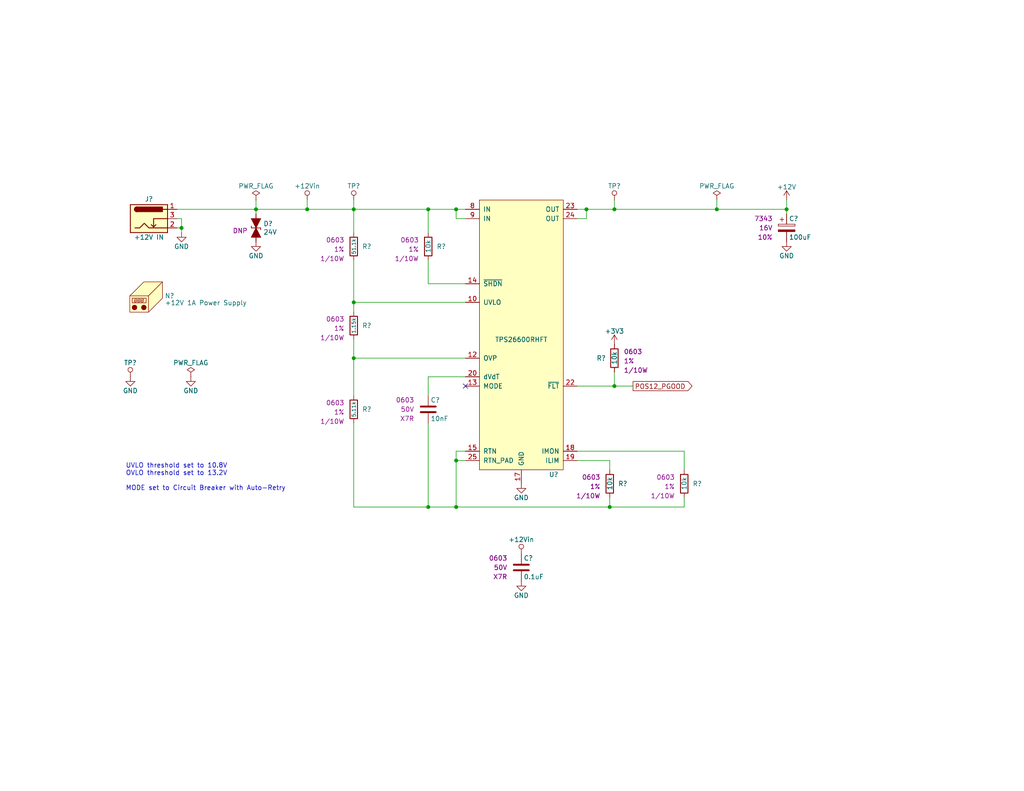
<source format=kicad_sch>
(kicad_sch (version 20230121) (generator eeschema)
  (paper "A")
  (title_block (title "Stopwatch") (date "2024-01-11") (rev "A") (company "Drew Maatman"))
  (lib_symbols
    (symbol "Connector:Barrel_Jack_Switch" (pin_names hide)
      (property "Reference" "J" (at 0 5.334 0))
      (property "Value" "Barrel_Jack_Switch" (at 0 -5.08 0))
      (symbol "Barrel_Jack_Switch_0_1"
        (rectangle (start -5.08 3.81) (end 5.08 -3.81) (stroke (width 0.254)) (fill (type background)))
        (arc (start -3.302 3.175) (mid -3.9343 2.54) (end -3.302 1.905) (stroke (width 0.254)))
        (arc (start -3.302 3.175) (mid -3.9343 2.54) (end -3.302 1.905) (stroke (width 0.254)) (fill (type outline)))
        (polyline (pts (xy 1.27 -2.286) (xy 1.905 -1.651)) (stroke (width 0.254)))
        (polyline (pts (xy 5.08 2.54) (xy 3.81 2.54)) (stroke (width 0.254)))
        (polyline (pts (xy 5.08 0) (xy 1.27 0) (xy 1.27 -2.286) (xy 0.635 -1.651)) (stroke (width 0.254)))
        (polyline (pts (xy -3.81 -2.54) (xy -2.54 -2.54) (xy -1.27 -1.27) (xy 0 -2.54) (xy 2.54 -2.54) (xy 5.08 -2.54)) (stroke (width 0.254)))
        (rectangle (start 3.683 3.175) (end -3.302 1.905) (stroke (width 0.254)) (fill (type outline)))
      )
      (symbol "Barrel_Jack_Switch_1_1"
        (pin passive line (at 7.62 2.54 180) (length 2.54) (name "~") (number "1"))
        (pin passive line (at 7.62 -2.54 180) (length 2.54) (name "~") (number "2"))
        (pin passive line (at 7.62 0 180) (length 2.54) (name "~") (number "3"))
      )
    )
    (symbol "Custom_Library:+12Vin" (power) (pin_names (offset 0))
      (property "Value" "+12Vin" (at 0 3.81 0))
      (symbol "+12Vin_0_1"
        (polyline (pts (xy 0 0) (xy 0 1.27)))
        (circle (center 0 1.905) (radius 0.635))
      )
      (symbol "+12Vin_1_1"
        (pin power_in line (at 0 0 90) (length 0) hide (name "+12Vin") (number "1"))
      )
    )
    (symbol "Custom_Library:CP_Tant_Custom" (pin_numbers hide) (pin_names (offset 0.254))
      (property "Reference" "C" (at 0.635 2.54 0))
      (property "Value" "CP_Tant_Custom" (at 0.635 -2.54 0))
      (property "display_footprint" "Foot" (at -3.81 2.54 0))
      (property "Voltage" "V" (at -3.81 0 0))
      (property "Tolerance" "Tol" (at -3.81 -2.54 0))
      (symbol "CP_Tant_Custom_0_1"
        (rectangle (start -2.286 0.508) (end -2.286 1.016))
        (rectangle (start -2.286 0.508) (end 2.286 0.508))
        (polyline (pts (xy -1.778 2.286) (xy -0.762 2.286)))
        (polyline (pts (xy -1.27 2.794) (xy -1.27 1.778)))
        (rectangle (start 2.286 -0.508) (end -2.286 -1.016) (fill (type outline)))
        (rectangle (start 2.286 1.016) (end -2.286 1.016))
        (rectangle (start 2.286 1.016) (end 2.286 0.508))
      )
      (symbol "CP_Tant_Custom_1_1"
        (pin passive line (at 0 3.81 270) (length 2.794) (name "~") (number "1"))
        (pin passive line (at 0 -3.81 90) (length 2.794) (name "~") (number "2"))
      )
    )
    (symbol "Custom_Library:C_Custom" (pin_numbers hide) (pin_names (offset 0.254))
      (property "Reference" "C" (at 0.635 2.54 0))
      (property "Value" "C_Custom" (at 0.635 -2.54 0))
      (property "display_footprint" "Foot" (at -3.81 2.54 0))
      (property "Voltage" "V" (at -3.81 0 0))
      (property "Dielectric" "Er" (at -3.81 -2.54 0))
      (symbol "C_Custom_0_1"
        (polyline (pts (xy -2.032 -0.762) (xy 2.032 -0.762)) (stroke (width 0.508)))
        (polyline (pts (xy -2.032 0.762) (xy 2.032 0.762)) (stroke (width 0.508)))
      )
      (symbol "C_Custom_1_1"
        (pin passive line (at 0 3.81 270) (length 2.794) (name "~") (number "1"))
        (pin passive line (at 0 -3.81 90) (length 2.794) (name "~") (number "2"))
      )
    )
    (symbol "Custom_Library:R_Custom" (pin_numbers hide) (pin_names (offset 1.016) hide)
      (property "Reference" "R" (at -2.54 0 90))
      (property "Value" "R_Custom" (at 0 0 90))
      (property "display_footprint" "Foot" (at 2.54 0 90))
      (property "Tolerance" "Tol" (at 5.08 0 90))
      (property "Wattage" "W" (at 7.62 0 90))
      (symbol "R_Custom_0_1"
        (rectangle (start 1.016 2.54) (end -1.016 -2.54) (stroke (width 0.254)))
      )
      (symbol "R_Custom_1_1"
        (pin passive line (at 0 3.81 270) (length 1.27) (name "1") (number "1"))
        (pin passive line (at 0 -3.81 90) (length 1.27) (name "2") (number "2"))
      )
    )
    (symbol "Custom_Library:TP" (pin_numbers hide) (pin_names (offset 0) hide)
      (property "Reference" "TP" (at 0 3.81 0))
      (symbol "TP_0_1"
        (polyline (pts (xy 0 0) (xy 0 1.27)))
        (circle (center 0 1.905) (radius 0.635))
      )
      (symbol "TP_1_1"
        (pin passive line (at 0 0 90) (length 0) (name "TP") (number "1"))
      )
    )
    (symbol "Custom_Library:TP_Pad" (pin_numbers hide) (pin_names (offset 0) hide)
      (property "Reference" "TP" (at 0 3.81 0))
      (symbol "TP_Pad_0_1"
        (polyline (pts (xy 0 0) (xy 0 1.27)))
        (circle (center 0 1.905) (radius 0.635))
      )
      (symbol "TP_Pad_1_1"
        (pin passive line (at 0 0 90) (length 0) (name "TP") (number "1"))
      )
    )
    (symbol "Incrementor-rescue:+3.3V-power" (power) (pin_names (offset 0))
      (property "Value" "+3.3V-power" (at 0 3.556 0))
      (symbol "+3.3V-power_0_1"
        (polyline (pts (xy -0.762 1.27) (xy 0 2.54)))
        (polyline (pts (xy 0 0) (xy 0 2.54)))
        (polyline (pts (xy 0 2.54) (xy 0.762 1.27)))
      )
      (symbol "+3.3V-power_1_1"
        (pin power_in line (at 0 0 90) (length 0) hide (name "+3V3") (number "1"))
      )
    )
    (symbol "Incrementor-rescue:D_TVS_ALT-Device" (pin_numbers hide) (pin_names (offset 1.016) hide)
      (property "Reference" "D" (at 0 2.54 0))
      (property "Value" "Device_D_TVS_ALT" (at 0 -2.54 0))
      (symbol "D_TVS_ALT-Device_0_1"
        (polyline (pts (xy 1.27 0) (xy -1.27 0)))
        (polyline (pts (xy -2.54 -1.27) (xy 0 0) (xy -2.54 1.27) (xy -2.54 -1.27)) (stroke (width 0.2032)) (fill (type outline)))
        (polyline (pts (xy 0.508 1.27) (xy 0 1.27) (xy 0 -1.27) (xy -0.508 -1.27)) (stroke (width 0.2032)))
        (polyline (pts (xy 2.54 1.27) (xy 2.54 -1.27) (xy 0 0) (xy 2.54 1.27)) (stroke (width 0.2032)) (fill (type outline)))
      )
      (symbol "D_TVS_ALT-Device_1_1"
        (pin passive line (at -3.81 0 0) (length 2.54) (name "A1") (number "1"))
        (pin passive line (at 3.81 0 180) (length 2.54) (name "A2") (number "2"))
      )
    )
    (symbol "Incrementor-rescue:TPS26600RHFT-Custom_Library" (pin_names (offset 1.016))
      (property "Reference" "U" (at 10.16 -36.83 0))
      (property "Value" "Custom_Library_TPS26600RHFT" (at 0 0 0))
      (symbol "TPS26600RHFT-Custom_Library_0_1"
        (rectangle (start -11.43 38.1) (end 11.43 -35.56) (fill (type background)))
      )
      (symbol "TPS26600RHFT-Custom_Library_1_1"
        (pin no_connect line (at 15.24 -16.51 180) (length 3.81) hide (name "NC") (number "1"))
        (pin passive line (at -15.24 10.16 0) (length 3.81) (name "UVLO") (number "10"))
        (pin no_connect line (at 15.24 -25.4 180) (length 3.81) hide (name "NC") (number "11"))
        (pin no_connect line (at 15.24 -27.94 180) (length 3.81) hide (name "NC") (number "12"))
        (pin passive line (at -15.24 -5.08 0) (length 3.81) (name "OVP") (number "12"))
        (pin passive line (at -15.24 -12.7 0) (length 3.81) (name "MODE") (number "13"))
        (pin input line (at -15.24 15.24 0) (length 3.81) (name "~{SHDN}") (number "14"))
        (pin passive line (at -15.24 -30.48 0) (length 3.81) (name "RTN") (number "15"))
        (pin no_connect line (at 15.24 -26.67 180) (length 3.81) hide (name "NC") (number "16"))
        (pin power_in line (at 0 -39.37 90) (length 3.81) (name "GND") (number "17"))
        (pin passive line (at 15.24 -30.48 180) (length 3.81) (name "IMON") (number "18"))
        (pin passive line (at 15.24 -33.02 180) (length 3.81) (name "ILIM") (number "19"))
        (pin no_connect line (at 15.24 -17.78 180) (length 3.81) hide (name "NC") (number "2"))
        (pin passive line (at -15.24 -10.16 0) (length 3.81) (name "dVdT") (number "20"))
        (pin open_collector line (at 15.24 -12.7 180) (length 3.81) (name "~{FLT}") (number "22"))
        (pin power_out line (at 15.24 35.56 180) (length 3.81) (name "OUT") (number "23"))
        (pin power_out line (at 15.24 33.02 180) (length 3.81) (name "OUT") (number "24"))
        (pin passive line (at -15.24 -33.02 0) (length 3.81) (name "RTN_PAD") (number "25"))
        (pin no_connect line (at 15.24 -19.05 180) (length 3.81) hide (name "NC") (number "3"))
        (pin no_connect line (at 15.24 -21.59 180) (length 3.81) hide (name "NC") (number "4"))
        (pin no_connect line (at 15.24 -20.32 180) (length 3.81) hide (name "NC") (number "5"))
        (pin no_connect line (at 15.24 -22.86 180) (length 3.81) hide (name "NC") (number "6"))
        (pin no_connect line (at 15.24 -24.13 180) (length 3.81) hide (name "NC") (number "7"))
        (pin power_in line (at -15.24 35.56 0) (length 3.81) (name "IN") (number "8"))
        (pin power_in line (at -15.24 33.02 0) (length 3.81) (name "IN") (number "9"))
      )
    )
    (symbol "Mechanical:Housing" (pin_names (offset 1.016))
      (property "Reference" "N" (at 3.81 0 0))
      (property "Value" "Housing" (at 3.81 -1.905 0))
      (symbol "Housing_0_1"
        (rectangle (start -5.08 -0.635) (end -1.27 -1.905))
        (circle (center -4.445 -3.175) (radius 0.635) (fill (type outline)))
        (circle (center -1.905 -3.175) (radius 0.635) (fill (type outline)))
        (polyline (pts (xy -4.5212 -1.5748) (xy -4.4704 -1.3716)))
        (polyline (pts (xy -4.4196 -1.6764) (xy -4.064 -1.6764)))
        (polyline (pts (xy -4.4196 -1.2192) (xy -4.3688 -0.9652)))
        (polyline (pts (xy -4.318 -1.3208) (xy -4.0132 -1.3208)))
        (polyline (pts (xy -4.2164 -0.9144) (xy -3.9116 -0.9144)))
        (polyline (pts (xy -3.9116 -1.6256) (xy -3.8608 -1.3716)))
        (polyline (pts (xy -3.81 -1.2192) (xy -3.7592 -0.9652)))
        (polyline (pts (xy -3.6068 -1.5748) (xy -3.556 -1.3716)))
        (polyline (pts (xy -3.5052 -1.6764) (xy -3.1496 -1.6764)))
        (polyline (pts (xy -3.5052 -1.2192) (xy -3.4544 -0.9652)))
        (polyline (pts (xy -3.4036 -1.3208) (xy -3.0988 -1.3208)))
        (polyline (pts (xy -3.302 -0.9144) (xy -2.9972 -0.9144)))
        (polyline (pts (xy -2.9972 -1.6256) (xy -2.9464 -1.3716)))
        (polyline (pts (xy -2.8956 -1.2192) (xy -2.8448 -0.9652)))
        (polyline (pts (xy -2.6924 -1.5748) (xy -2.6416 -1.3716)))
        (polyline (pts (xy -2.5908 -1.6764) (xy -2.2352 -1.6764)))
        (polyline (pts (xy -2.5908 -1.2192) (xy -2.54 -0.9652)))
        (polyline (pts (xy -2.4892 -1.3208) (xy -2.1844 -1.3208)))
        (polyline (pts (xy -2.3876 -0.9144) (xy -2.0828 -0.9144)))
        (polyline (pts (xy -2.0828 -1.6256) (xy -2.032 -1.3716)))
        (polyline (pts (xy -1.9812 -1.2192) (xy -1.9304 -0.9652)))
        (polyline (pts (xy -0.635 0) (xy -0.635 -4.445)))
        (polyline (pts (xy -5.715 0) (xy -0.635 0) (xy 3.175 3.81)))
        (polyline (pts (xy -5.715 0) (xy -5.715 -4.445) (xy -0.635 -4.445) (xy 3.175 -0.635) (xy 3.175 3.81) (xy -1.905 3.81) (xy -5.715 0)) (fill (type background)))
      )
    )
    (symbol "power:+12V" (power) (pin_names (offset 0))
      (property "Value" "+12V" (at 0 3.556 0))
      (symbol "+12V_0_1"
        (polyline (pts (xy -0.762 1.27) (xy 0 2.54)))
        (polyline (pts (xy 0 0) (xy 0 2.54)))
        (polyline (pts (xy 0 2.54) (xy 0.762 1.27)))
      )
      (symbol "+12V_1_1"
        (pin power_in line (at 0 0 90) (length 0) hide (name "+12V") (number "1"))
      )
    )
    (symbol "power:GND" (power) (pin_names (offset 0))
      (property "Value" "GND" (at 0 -3.81 0))
      (symbol "GND_0_1"
        (polyline (pts (xy 0 0) (xy 0 -1.27) (xy 1.27 -1.27) (xy 0 -2.54) (xy -1.27 -1.27) (xy 0 -1.27)))
      )
      (symbol "GND_1_1"
        (pin power_in line (at 0 0 270) (length 0) hide (name "GND") (number "1"))
      )
    )
    (symbol "power:PWR_FLAG" (power) (pin_numbers hide) (pin_names (offset 0) hide)
      (property "Value" "PWR_FLAG" (at 0 3.81 0))
      (symbol "PWR_FLAG_0_0"
        (pin power_out line (at 0 0 90) (length 0) (name "pwr") (number "1"))
      )
      (symbol "PWR_FLAG_0_1"
        (polyline (pts (xy 0 0) (xy 0 1.27) (xy -1.016 1.905) (xy 0 2.54) (xy 1.016 1.905) (xy 0 1.27)))
      )
    )
  )
  (junction (at 160.02 57.15))
  (junction (at 124.46 57.15))
  (junction (at 96.52 97.79))
  (junction (at 83.82 57.15))
  (junction (at 167.64 105.41))
  (junction (at 116.84 138.43))
  (junction (at 167.64 57.15))
  (junction (at 96.52 57.15))
  (junction (at 195.58 57.15))
  (junction (at 49.53 62.23))
  (junction (at 96.52 82.55))
  (junction (at 124.46 125.73))
  (junction (at 166.37 138.43))
  (junction (at 214.63 57.15))
  (junction (at 69.85 57.15))
  (junction (at 116.84 57.15))
  (junction (at 124.46 138.43))
  (no_connect (at 127 105.41))
  (wire (pts (xy 124.46 123.19) (xy 124.46 125.73)))
  (wire (pts (xy 127 82.55) (xy 96.52 82.55)))
  (wire (pts (xy 49.53 63.5) (xy 49.53 62.23)))
  (wire (pts (xy 124.46 125.73) (xy 127 125.73)))
  (wire (pts (xy 96.52 57.15) (xy 83.82 57.15)))
  (wire (pts (xy 96.52 71.12) (xy 96.52 82.55)))
  (wire (pts (xy 127 59.69) (xy 124.46 59.69)))
  (wire (pts (xy 186.69 135.89) (xy 186.69 138.43)))
  (wire (pts (xy 116.84 77.47) (xy 116.84 71.12)))
  (wire (pts (xy 127 123.19) (xy 124.46 123.19)))
  (wire (pts (xy 69.85 54.61) (xy 69.85 57.15)))
  (wire (pts (xy 124.46 57.15) (xy 116.84 57.15)))
  (wire (pts (xy 160.02 57.15) (xy 157.48 57.15)))
  (wire (pts (xy 186.69 128.27) (xy 186.69 123.19)))
  (wire (pts (xy 172.72 105.41) (xy 167.64 105.41)))
  (wire (pts (xy 69.85 58.42) (xy 69.85 57.15)))
  (wire (pts (xy 96.52 82.55) (xy 96.52 85.09)))
  (wire (pts (xy 49.53 62.23) (xy 48.26 62.23)))
  (wire (pts (xy 116.84 102.87) (xy 127 102.87)))
  (wire (pts (xy 49.53 62.23) (xy 49.53 59.69)))
  (wire (pts (xy 83.82 57.15) (xy 69.85 57.15)))
  (wire (pts (xy 167.64 105.41) (xy 167.64 101.6)))
  (wire (pts (xy 96.52 63.5) (xy 96.52 57.15)))
  (wire (pts (xy 186.69 123.19) (xy 157.48 123.19)))
  (wire (pts (xy 166.37 138.43) (xy 124.46 138.43)))
  (wire (pts (xy 186.69 138.43) (xy 166.37 138.43)))
  (wire (pts (xy 127 97.79) (xy 96.52 97.79)))
  (wire (pts (xy 116.84 115.57) (xy 116.84 138.43)))
  (wire (pts (xy 214.63 57.15) (xy 195.58 57.15)))
  (wire (pts (xy 116.84 63.5) (xy 116.84 57.15)))
  (wire (pts (xy 96.52 115.57) (xy 96.52 138.43)))
  (wire (pts (xy 127 77.47) (xy 116.84 77.47)))
  (wire (pts (xy 83.82 54.61) (xy 83.82 57.15)))
  (wire (pts (xy 96.52 138.43) (xy 116.84 138.43)))
  (wire (pts (xy 167.64 54.61) (xy 167.64 57.15)))
  (wire (pts (xy 195.58 57.15) (xy 167.64 57.15)))
  (wire (pts (xy 214.63 54.61) (xy 214.63 57.15)))
  (wire (pts (xy 157.48 59.69) (xy 160.02 59.69)))
  (wire (pts (xy 166.37 135.89) (xy 166.37 138.43)))
  (wire (pts (xy 49.53 59.69) (xy 48.26 59.69)))
  (wire (pts (xy 195.58 54.61) (xy 195.58 57.15)))
  (wire (pts (xy 124.46 138.43) (xy 124.46 125.73)))
  (wire (pts (xy 214.63 58.42) (xy 214.63 57.15)))
  (wire (pts (xy 166.37 125.73) (xy 157.48 125.73)))
  (wire (pts (xy 96.52 97.79) (xy 96.52 92.71)))
  (wire (pts (xy 157.48 105.41) (xy 167.64 105.41)))
  (wire (pts (xy 116.84 138.43) (xy 124.46 138.43)))
  (wire (pts (xy 116.84 57.15) (xy 96.52 57.15)))
  (wire (pts (xy 166.37 128.27) (xy 166.37 125.73)))
  (wire (pts (xy 96.52 54.61) (xy 96.52 57.15)))
  (wire (pts (xy 127 57.15) (xy 124.46 57.15)))
  (wire (pts (xy 116.84 107.95) (xy 116.84 102.87)))
  (wire (pts (xy 124.46 59.69) (xy 124.46 57.15)))
  (wire (pts (xy 48.26 57.15) (xy 69.85 57.15)))
  (wire (pts (xy 96.52 107.95) (xy 96.52 97.79)))
  (wire (pts (xy 160.02 59.69) (xy 160.02 57.15)))
  (wire (pts (xy 167.64 57.15) (xy 160.02 57.15)))
  (text "UVLO threshold set to 10.8V\nOVLO threshold set to 13.2V\n\nMODE set to Circuit Breaker with Auto-Retry" (at 34.29 134.112 0) (effects (font (size 1.27 1.27)) (justify left bottom)))
  (global_label "POS12_PGOOD" (shape output) (at 172.72 105.41 0) (property "Intersheetrefs" "${INTERSHEET_REFS}" (effects hide)))
  (symbol (lib_id "Custom_Library:C_Custom") (at 142.24 154.94 0) (unit 1)
    (property "Reference" "C?" (at 142.875 152.4 0) (effects (justify left)))
    (property "Value" "0.1uF" (at 142.875 157.48 0) (effects (justify left)))
    (property "Footprint" "Capacitors_SMD:C_0603" (effects hide))
    (property "display_footprint" "0603" (at 138.43 152.4 0) (effects (justify right)))
    (property "Voltage" "50V" (at 138.43 154.94 0) (effects (justify right)))
    (property "Dielectric" "X7R" (at 138.43 157.48 0) (effects (justify right)))
    (property "Digi-Key PN" "311-1344-1-ND" (effects hide))
  )
  (symbol (lib_id "power:GND") (at 142.24 158.75 0) (unit 1)
    (property "Reference" "#PWR?" (effects hide))
    (property "Value" "GND" (at 142.24 162.56 0))
  )
  (symbol (lib_id "Custom_Library:+12Vin") (at 83.82 54.61 0) (unit 1)
    (property "Reference" "#PWR?" (effects hide))
    (property "Value" "+12Vin" (at 83.82 50.8 0))
  )
  (symbol (lib_id "Custom_Library:+12Vin") (at 142.24 151.13 0) (unit 1)
    (property "Reference" "#PWR?" (effects hide))
    (property "Value" "+12Vin" (at 142.24 147.32 0))
  )
  (symbol (lib_id "Custom_Library:CP_Tant_Custom") (at 214.63 62.23 0) (unit 1)
    (property "Reference" "C?" (at 215.265 59.69 0) (effects (justify left)))
    (property "Value" "100uF" (at 215.265 64.77 0) (effects (justify left)))
    (property "Footprint" "Capacitors_Tantalum_SMD:CP_Tantalum_Case-X_EIA-7343-43_Reflow" (effects hide))
    (property "Digi-Key PN" "718-1102-1-ND" (effects hide))
    (property "display_footprint" "7343" (at 210.82 59.69 0) (effects (justify right)))
    (property "Voltage" "16V" (at 210.82 62.23 0) (effects (justify right)))
    (property "Tolerance" "10%" (at 210.82 64.77 0) (effects (justify right)))
  )
  (symbol (lib_id "power:GND") (at 214.63 66.04 0) (unit 1)
    (property "Reference" "#PWR?" (effects hide))
    (property "Value" "GND" (at 214.63 69.85 0))
  )
  (symbol (lib_id "power:+12V") (at 214.63 54.61 0) (unit 1)
    (property "Reference" "#PWR?" (effects hide))
    (property "Value" "+12V" (at 214.63 51.054 0))
  )
  (symbol (lib_id "power:PWR_FLAG") (at 195.58 54.61 0) (unit 1)
    (property "Reference" "#FLG?" (effects hide))
    (property "Value" "PWR_FLAG" (at 195.58 50.8 0))
  )
  (symbol (lib_id "power:GND") (at 52.07 102.87 0) (unit 1)
    (property "Reference" "#PWR?" (effects hide))
    (property "Value" "GND" (at 52.07 106.68 0))
  )
  (symbol (lib_id "power:PWR_FLAG") (at 52.07 102.87 0) (unit 1)
    (property "Reference" "#FLG?" (effects hide))
    (property "Value" "PWR_FLAG" (at 52.07 99.06 0))
  )
  (symbol (lib_id "power:PWR_FLAG") (at 69.85 54.61 0) (unit 1)
    (property "Reference" "#FLG?" (effects hide))
    (property "Value" "PWR_FLAG" (at 69.85 50.8 0))
  )
  (symbol (lib_id "Incrementor-rescue:D_TVS_ALT-Device") (at 69.85 62.23 270) (unit 1)
    (property "Reference" "D?" (at 71.8566 61.0616 90) (effects (justify left)))
    (property "Value" "24V" (at 71.8566 63.373 90) (effects (justify left)))
    (property "Footprint" "Diodes_SMD:D_SMA" (effects hide))
    (property "Digi-Key PN" "SMAJ24CALFCT-ND" (effects hide))
    (property "Config" "DNP" (at 65.532 62.992 90))
  )
  (symbol (lib_id "power:GND") (at 69.85 66.04 0) (unit 1)
    (property "Reference" "#PWR?" (effects hide))
    (property "Value" "GND" (at 69.85 69.85 0))
  )
  (symbol (lib_id "Connector:Barrel_Jack_Switch") (at 40.64 59.69 0) (unit 1)
    (property "Reference" "J?" (at 40.64 54.356 0))
    (property "Value" "+12V IN" (at 40.64 64.77 0))
    (property "Footprint" "Connectors:BARREL_JACK" (effects hide))
    (property "Digi-Key PN" "CP-202BH-ND" (effects hide))
  )
  (symbol (lib_id "power:GND") (at 49.53 63.5 0) (unit 1)
    (property "Reference" "#PWR?" (effects hide))
    (property "Value" "GND" (at 49.53 67.31 0))
  )
  (symbol (lib_id "Incrementor-rescue:TPS26600RHFT-Custom_Library") (at 142.24 92.71 0) (unit 1)
    (property "Reference" "U?" (at 152.4 129.54 0) (effects (justify right)))
    (property "Value" "TPS26600RHFT" (at 142.24 92.71 0))
    (property "Footprint" "Housings_DFN_QFN:QFN-24-1EP_4x5mm_Pitch0.5mm" (effects hide))
    (property "Datasheet" "http://www.ti.com/lit/ds/symlink/tps2660.pdf" (effects hide))
    (property "Digi-Key PN" "296-45478-1-ND" (effects hide))
  )
  (symbol (lib_id "power:GND") (at 142.24 132.08 0) (unit 1)
    (property "Reference" "#PWR?" (effects hide))
    (property "Value" "GND" (at 142.24 135.89 0))
  )
  (symbol (lib_id "Custom_Library:R_Custom") (at 167.64 97.79 0) (unit 1)
    (property "Reference" "R?" (at 165.354 97.79 0) (effects (justify right)))
    (property "Value" "10k" (at 167.64 99.568 90) (effects (justify left)))
    (property "Footprint" "Resistors_SMD:R_0603" (effects hide))
    (property "display_footprint" "0603" (at 170.18 96.012 0) (effects (justify left)))
    (property "Tolerance" "1%" (at 170.18 98.552 0) (effects (justify left)))
    (property "Wattage" "1/10W" (at 170.18 101.092 0) (effects (justify left)))
    (property "Digi-Key PN" "RMCF0603FT10K0CT-ND" (effects hide))
  )
  (symbol (lib_id "Incrementor-rescue:+3.3V-power") (at 167.64 93.98 0) (unit 1)
    (property "Reference" "#PWR?" (effects hide))
    (property "Value" "+3.3V" (at 167.64 90.424 0))
  )
  (symbol (lib_id "Custom_Library:R_Custom") (at 96.52 88.9 0) (mirror y) (unit 1)
    (property "Reference" "R?" (at 98.806 88.9 0) (effects (justify right)))
    (property "Value" "1.15k" (at 96.52 88.9 90) (effects (font (size 1.016 1.016))))
    (property "Footprint" "Resistors_SMD:R_0603" (effects hide))
    (property "display_footprint" "0603" (at 93.98 87.122 0) (effects (justify left)))
    (property "Tolerance" "1%" (at 93.98 89.662 0) (effects (justify left)))
    (property "Wattage" "1/10W" (at 93.98 92.202 0) (effects (justify left)))
    (property "Digi-Key PN" "RMCF0603FT10K0CT-ND" (effects hide))
  )
  (symbol (lib_id "Custom_Library:R_Custom") (at 96.52 67.31 0) (mirror y) (unit 1)
    (property "Reference" "R?" (at 98.806 67.31 0) (effects (justify right)))
    (property "Value" "51.1k" (at 96.52 67.31 90) (effects (font (size 1.016 1.016))))
    (property "Footprint" "Resistors_SMD:R_0603" (effects hide))
    (property "display_footprint" "0603" (at 93.98 65.532 0) (effects (justify left)))
    (property "Tolerance" "1%" (at 93.98 68.072 0) (effects (justify left)))
    (property "Wattage" "1/10W" (at 93.98 70.612 0) (effects (justify left)))
    (property "Digi-Key PN" "RMCF0603FT10K0CT-ND" (effects hide))
  )
  (symbol (lib_id "Custom_Library:R_Custom") (at 96.52 111.76 0) (mirror y) (unit 1)
    (property "Reference" "R?" (at 98.806 111.76 0) (effects (justify right)))
    (property "Value" "5.11k" (at 96.52 111.76 90) (effects (font (size 1.016 1.016))))
    (property "Footprint" "Resistors_SMD:R_0603" (effects hide))
    (property "display_footprint" "0603" (at 93.98 109.982 0) (effects (justify left)))
    (property "Tolerance" "1%" (at 93.98 112.522 0) (effects (justify left)))
    (property "Wattage" "1/10W" (at 93.98 115.062 0) (effects (justify left)))
    (property "Digi-Key PN" "RMCF0603FT10K0CT-ND" (effects hide))
  )
  (symbol (lib_id "Custom_Library:R_Custom") (at 116.84 67.31 0) (mirror y) (unit 1)
    (property "Reference" "R?" (at 119.126 67.31 0) (effects (justify right)))
    (property "Value" "10k" (at 116.84 69.088 90) (effects (justify left)))
    (property "Footprint" "Resistors_SMD:R_0603" (effects hide))
    (property "display_footprint" "0603" (at 114.3 65.532 0) (effects (justify left)))
    (property "Tolerance" "1%" (at 114.3 68.072 0) (effects (justify left)))
    (property "Wattage" "1/10W" (at 114.3 70.612 0) (effects (justify left)))
    (property "Digi-Key PN" "RMCF0603FT10K0CT-ND" (effects hide))
  )
  (symbol (lib_id "Custom_Library:TP_Pad") (at 167.64 54.61 0) (unit 1)
    (property "Reference" "TP?" (at 167.64 50.8 0))
    (property "Value" "TP_Pad" (effects hide))
    (property "Footprint" "Custom Footprints Library:Test_Point" (effects hide))
  )
  (symbol (lib_id "Custom_Library:TP_Pad") (at 96.52 54.61 0) (unit 1)
    (property "Reference" "TP?" (at 96.52 50.8 0))
    (property "Value" "TP_Pad" (effects hide))
    (property "Footprint" "Custom Footprints Library:Test_Point" (effects hide))
  )
  (symbol (lib_id "Custom_Library:TP") (at 35.56 102.87 0) (unit 1)
    (property "Reference" "TP?" (at 35.56 99.06 0))
    (property "Value" "TP" (effects hide))
    (property "Footprint" "Pin_Headers:Pin_Header_Angled_1x01_Pitch2.54mm" (effects hide))
    (property "Digi-Key PN" "36-5005-ND" (effects hide))
  )
  (symbol (lib_id "power:GND") (at 35.56 102.87 0) (unit 1)
    (property "Reference" "#PWR?" (effects hide))
    (property "Value" "GND" (at 35.56 106.68 0))
  )
  (symbol (lib_id "Custom_Library:C_Custom") (at 116.84 111.76 0) (unit 1)
    (property "Reference" "C?" (at 117.475 109.22 0) (effects (justify left)))
    (property "Value" "10nF" (at 117.475 114.3 0) (effects (justify left)))
    (property "Footprint" "Capacitors_SMD:C_0603" (effects hide))
    (property "display_footprint" "0603" (at 113.03 109.22 0) (effects (justify right)))
    (property "Voltage" "50V" (at 113.03 111.76 0) (effects (justify right)))
    (property "Dielectric" "X7R" (at 113.03 114.3 0) (effects (justify right)))
    (property "Digi-Key PN" "1276-1921-1-ND" (effects hide))
  )
  (symbol (lib_id "Mechanical:Housing") (at 41.148 80.772 0) (unit 1)
    (property "Reference" "N?" (at 44.958 80.772 0) (effects (justify left)))
    (property "Value" "+12V 1A Power Supply" (at 44.958 82.677 0) (effects (justify left)))
    (property "Digi-Key PN" "993-1335-ND" (effects hide))
  )
  (symbol (lib_id "Custom_Library:R_Custom") (at 186.69 132.08 0) (mirror y) (unit 1)
    (property "Reference" "R?" (at 188.976 132.08 0) (effects (justify right)))
    (property "Value" "10k" (at 186.69 133.858 90) (effects (justify left)))
    (property "Footprint" "Resistors_SMD:R_0603" (effects hide))
    (property "display_footprint" "0603" (at 184.15 130.302 0) (effects (justify left)))
    (property "Tolerance" "1%" (at 184.15 132.842 0) (effects (justify left)))
    (property "Wattage" "1/10W" (at 184.15 135.382 0) (effects (justify left)))
    (property "Digi-Key PN" "RMCF0603FT10K0CT-ND" (effects hide))
  )
  (symbol (lib_id "Custom_Library:R_Custom") (at 166.37 132.08 0) (mirror y) (unit 1)
    (property "Reference" "R?" (at 168.656 132.08 0) (effects (justify right)))
    (property "Value" "10k" (at 166.37 133.858 90) (effects (justify left)))
    (property "Footprint" "Resistors_SMD:R_0603" (effects hide))
    (property "display_footprint" "0603" (at 163.83 130.302 0) (effects (justify left)))
    (property "Tolerance" "1%" (at 163.83 132.842 0) (effects (justify left)))
    (property "Wattage" "1/10W" (at 163.83 135.382 0) (effects (justify left)))
    (property "Digi-Key PN" "RMCF0603FT10K0CT-ND" (effects hide))
  )
)
</source>
